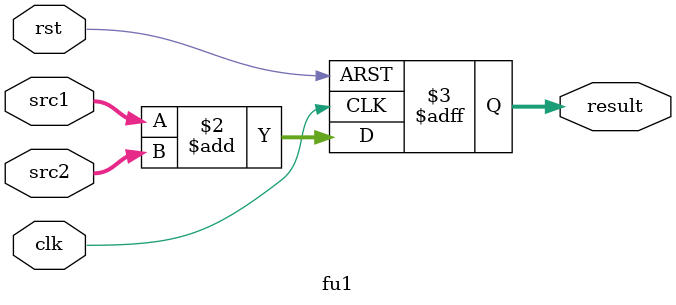
<source format=sv>
module fu1(
    input clk,
    input rst,
    input [31:0] src1,  // Source operand 1
    input [31:0] src2,  // Source operand 2
    output reg [31:0] result // Result of addition
);
    always @(posedge clk or posedge rst) begin
        if (rst)
            result <= 0;
        else
            result <= src1 + src2; // Perform addition
    end
endmodule

</source>
